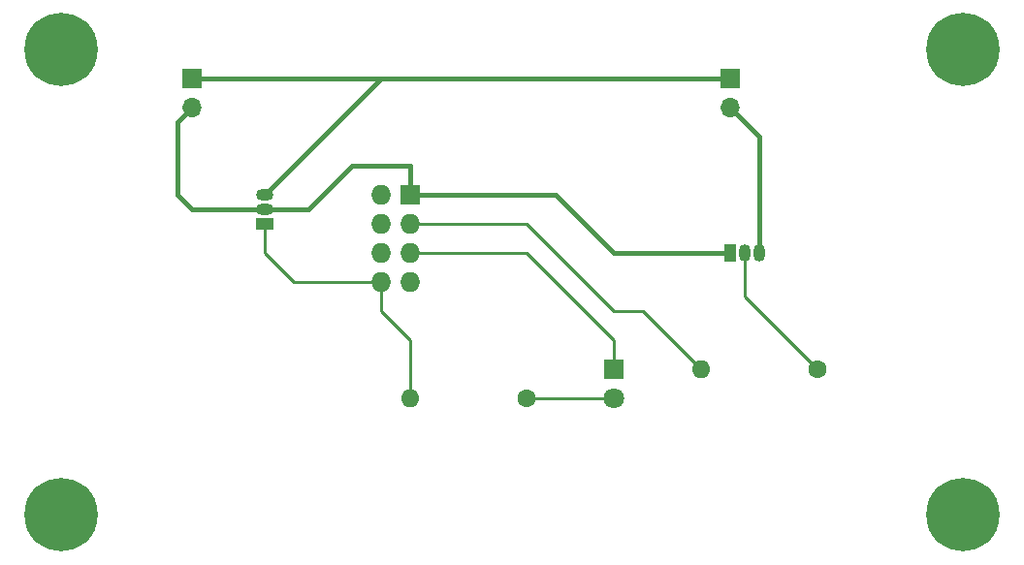
<source format=gbr>
%TF.GenerationSoftware,KiCad,Pcbnew,6.0.11-2627ca5db0~126~ubuntu20.04.1*%
%TF.CreationDate,2023-06-27T09:44:51-05:00*%
%TF.ProjectId,runLimiter,72756e4c-696d-4697-9465-722e6b696361,01*%
%TF.SameCoordinates,Original*%
%TF.FileFunction,Copper,L2,Bot*%
%TF.FilePolarity,Positive*%
%FSLAX46Y46*%
G04 Gerber Fmt 4.6, Leading zero omitted, Abs format (unit mm)*
G04 Created by KiCad (PCBNEW 6.0.11-2627ca5db0~126~ubuntu20.04.1) date 2023-06-27 09:44:51*
%MOMM*%
%LPD*%
G01*
G04 APERTURE LIST*
%TA.AperFunction,ComponentPad*%
%ADD10C,6.400000*%
%TD*%
%TA.AperFunction,ComponentPad*%
%ADD11R,1.727200X1.727200*%
%TD*%
%TA.AperFunction,ComponentPad*%
%ADD12O,1.727200X1.727200*%
%TD*%
%TA.AperFunction,ComponentPad*%
%ADD13C,1.600000*%
%TD*%
%TA.AperFunction,ComponentPad*%
%ADD14O,1.600000X1.600000*%
%TD*%
%TA.AperFunction,ComponentPad*%
%ADD15R,1.800000X1.800000*%
%TD*%
%TA.AperFunction,ComponentPad*%
%ADD16C,1.800000*%
%TD*%
%TA.AperFunction,ComponentPad*%
%ADD17R,1.700000X1.700000*%
%TD*%
%TA.AperFunction,ComponentPad*%
%ADD18O,1.700000X1.700000*%
%TD*%
%TA.AperFunction,ComponentPad*%
%ADD19R,1.500000X1.050000*%
%TD*%
%TA.AperFunction,ComponentPad*%
%ADD20O,1.500000X1.050000*%
%TD*%
%TA.AperFunction,ComponentPad*%
%ADD21R,1.050000X1.500000*%
%TD*%
%TA.AperFunction,ComponentPad*%
%ADD22O,1.050000X1.500000*%
%TD*%
%TA.AperFunction,Conductor*%
%ADD23C,0.250000*%
%TD*%
%TA.AperFunction,Conductor*%
%ADD24C,0.400000*%
%TD*%
G04 APERTURE END LIST*
D10*
%TO.P,REF\u002A\u002A,1*%
%TO.N,N/C*%
X81280000Y-109220000D03*
%TD*%
%TO.P,REF\u002A\u002A,1*%
%TO.N,N/C*%
X160020000Y-109220000D03*
%TD*%
%TO.P,REF\u002A\u002A,1*%
%TO.N,N/C*%
X160020000Y-68580000D03*
%TD*%
%TO.P,REF\u002A\u002A,1*%
%TO.N,N/C*%
X81280000Y-68580000D03*
%TD*%
D11*
%TO.P,U2,1,GND*%
%TO.N,GNDREF*%
X111760000Y-81280000D03*
D12*
%TO.P,U2,2,U0TXD/GPIO1*%
%TO.N,unconnected-(U2-Pad2)*%
X109220000Y-81280000D03*
%TO.P,U2,3,U1TXD/GPIO2*%
%TO.N,Net-(R2-Pad2)*%
X111760000Y-83820000D03*
%TO.P,U2,4,CH_EN/CH_PD*%
%TO.N,unconnected-(U2-Pad4)*%
X109220000Y-83820000D03*
%TO.P,U2,5,GPIO0*%
%TO.N,Net-(D1-Pad1)*%
X111760000Y-86360000D03*
%TO.P,U2,6,RST*%
%TO.N,unconnected-(U2-Pad6)*%
X109220000Y-86360000D03*
%TO.P,U2,7,GPIO3/U0RXD*%
%TO.N,unconnected-(U2-Pad7)*%
X111760000Y-88900000D03*
%TO.P,U2,8,VCC*%
%TO.N,/Internal Power*%
X109220000Y-88900000D03*
%TD*%
D13*
%TO.P,R2,1*%
%TO.N,Net-(R2-Pad1)*%
X147320000Y-96520000D03*
D14*
%TO.P,R2,2*%
%TO.N,Net-(R2-Pad2)*%
X137160000Y-96520000D03*
%TD*%
D13*
%TO.P,R1,1*%
%TO.N,Net-(D1-Pad2)*%
X121920000Y-99060000D03*
D14*
%TO.P,R1,2*%
%TO.N,/Internal Power*%
X111760000Y-99060000D03*
%TD*%
D15*
%TO.P,D1,1,K*%
%TO.N,Net-(D1-Pad1)*%
X129540000Y-96520000D03*
D16*
%TO.P,D1,2,A*%
%TO.N,Net-(D1-Pad2)*%
X129540000Y-99060000D03*
%TD*%
D17*
%TO.P,J2,1,Pin_1*%
%TO.N,/Control Power*%
X139700000Y-71120000D03*
D18*
%TO.P,J2,2,Pin_2*%
%TO.N,/Control Ground*%
X139700000Y-73660000D03*
%TD*%
D17*
%TO.P,J1,1,Pin_1*%
%TO.N,/Control Power*%
X92680000Y-71120000D03*
D18*
%TO.P,J1,2,Pin_2*%
%TO.N,GNDREF*%
X92680000Y-73660000D03*
%TD*%
D19*
%TO.P,U1,1,VO*%
%TO.N,/Internal Power*%
X99060000Y-83820000D03*
D20*
%TO.P,U1,2,GND*%
%TO.N,GNDREF*%
X99060000Y-82550000D03*
%TO.P,U1,3,VI*%
%TO.N,/Control Power*%
X99060000Y-81280000D03*
%TD*%
D21*
%TO.P,Q1,1,E*%
%TO.N,GNDREF*%
X139700000Y-86360000D03*
D22*
%TO.P,Q1,2,B*%
%TO.N,Net-(R2-Pad1)*%
X140970000Y-86360000D03*
%TO.P,Q1,3,C*%
%TO.N,/Control Ground*%
X142240000Y-86360000D03*
%TD*%
D23*
%TO.N,Net-(D1-Pad2)*%
X121920000Y-99060000D02*
X129540000Y-99060000D01*
D24*
%TO.N,/Control Ground*%
X139700000Y-73660000D02*
X142240000Y-76200000D01*
X142240000Y-76200000D02*
X142240000Y-86360000D01*
D23*
%TO.N,Net-(R2-Pad1)*%
X140970000Y-86360000D02*
X140970000Y-90170000D01*
X140970000Y-90170000D02*
X147320000Y-96520000D01*
%TO.N,Net-(D1-Pad1)*%
X111760000Y-86360000D02*
X121920000Y-86360000D01*
X121920000Y-86360000D02*
X129540000Y-93980000D01*
X129540000Y-93980000D02*
X129540000Y-96520000D01*
%TO.N,Net-(R2-Pad2)*%
X129540000Y-91440000D02*
X132080000Y-91440000D01*
X111760000Y-83820000D02*
X121920000Y-83820000D01*
X132080000Y-91440000D02*
X137160000Y-96520000D01*
X121920000Y-83820000D02*
X129540000Y-91440000D01*
D24*
%TO.N,GNDREF*%
X124460000Y-81280000D02*
X129540000Y-86360000D01*
X111760000Y-81280000D02*
X124460000Y-81280000D01*
X129540000Y-86360000D02*
X139700000Y-86360000D01*
X99060000Y-82550000D02*
X102870000Y-82550000D01*
X111760000Y-78740000D02*
X111760000Y-81280000D01*
X102870000Y-82550000D02*
X106680000Y-78740000D01*
X106680000Y-78740000D02*
X111760000Y-78740000D01*
D23*
%TO.N,/Internal Power*%
X109220000Y-88900000D02*
X109220000Y-91440000D01*
X109220000Y-91440000D02*
X111760000Y-93980000D01*
X111760000Y-93980000D02*
X111760000Y-99060000D01*
X99060000Y-83820000D02*
X99060000Y-86360000D01*
X99060000Y-86360000D02*
X101600000Y-88900000D01*
X101600000Y-88900000D02*
X109220000Y-88900000D01*
D24*
%TO.N,GNDREF*%
X91440000Y-74900000D02*
X91440000Y-81280000D01*
X92680000Y-73660000D02*
X91440000Y-74900000D01*
X91440000Y-81280000D02*
X92710000Y-82550000D01*
X92710000Y-82550000D02*
X99060000Y-82550000D01*
%TO.N,/Control Power*%
X92680000Y-71120000D02*
X109220000Y-71120000D01*
X139700000Y-71120000D02*
X109220000Y-71120000D01*
X109220000Y-71120000D02*
X99060000Y-81280000D01*
%TD*%
M02*

</source>
